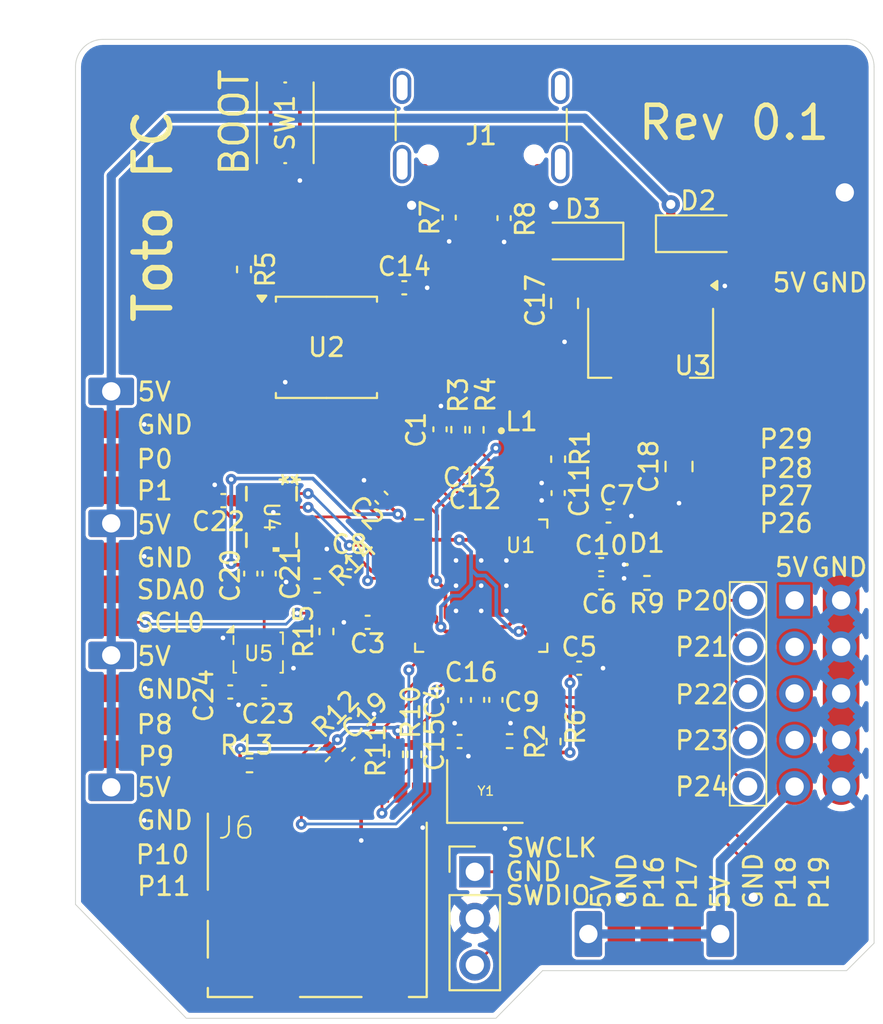
<source format=kicad_pcb>
(kicad_pcb (version 20241229) (generator "pcbnew") (generator_version "9.0")
  (layers (0 "F.Cu" signal) (2 "B.Cu" signal) (13 "F.Paste" user) (15 "B.Paste" user) (5 "F.SilkS" user "F.Silkscreen") (7 "B.SilkS" user "B.Silkscreen") (1 "F.Mask" user) (3 "B.Mask" user) (25 "Edge.Cuts" user))
  (net 0 "")
  (net 1 "GND")
  (net 2 "+1V1")
  (net 3 "Net-(U1-VREG_AVDD)")
  (net 4 "+3V3")
  (net 5 "XIN")
  (net 6 "Net-(C16-Pad2)")
  (net 7 "VBUS")
  (net 8 "Net-(D1-A)")
  (net 9 "Net-(J1-CC1)")
  (net 10 "USB_D-")
  (net 12 "Net-(J1-CC2)")
  (net 13 "USB_D+")
  (net 15 "Net-(U1-VREG_LX)")
  (net 16 "XOUT")
  (net 17 "Net-(U1-USB_DP)")
  (net 18 "Net-(U1-USB_DM)")
  (net 19 "QSPI_SS")
  (net 20 "Net-(R5-Pad1)")
  (net 21 "RUN")
  (net 22 "LED")
  (net 23 "SWD")
  (net 24 "GP20")
  (net 25 "GP8")
  (net 26 "5V_BEC_IN")
  (net 27 "I2C0_SDA")
  (net 28 "I2C0_SCL")
  (net 29 "SPI0_CLK")
  (net 30 "SPI0_CS_IMU")
  (net 31 "GP10")
  (net 32 "GP1")
  (net 33 "GP19")
  (net 34 "GP16")
  (net 35 "GP22")
  (net 36 "SPI0_TX")
  (net 37 "GP18")
  (net 38 "SPI0_RX")
  (net 39 "GP9")
  (net 40 "QSPI_SD2")
  (net 41 "GP0")
  (net 42 "GP11")
  (net 43 "SPI1_CLK")
  (net 44 "GP21")
  (net 45 "GP17")
  (net 46 "QSPI_SD0")
  (net 47 "GP23")
  (net 48 "SPI1_TX")
  (net 49 "SWCLK")
  (net 50 "QSPI_SD1")
  (net 51 "GP24")
  (net 53 "Net-(J6-DAT2)")
  (net 54 "SPI1_CS_SD_CARD")
  (net 55 "QSPI_SD3")
  (net 56 "Net-(J6-DAT1)")
  (net 57 "SPI1_RX")
  (net 58 "QSPI_CLK")
  (net 59 "+5V")
  (net 67 "GP26")
  (net 68 "GP29")
  (net 69 "GP27")
  (net 70 "GP28")
  (footprint "Capacitor_SMD:C_0402_1005Metric" (layer "F.Cu") (at 129.65 92.95 -90)
    (property "Reference" "C11")
    (property "Value" "4.7u")
  )
  (footprint "power:analog_pads" (layer "F.Cu") (at 139.35 89.3)
    (property "Reference" "J8" (hide yes))
    (property "Value" "Conn_01x04")
  )
  (footprint "power:USB_C_017" (layer "F.Cu") (at 125.45 71.9 180)
    (property "Reference" "J1")
    (property "Value" "USB_C")
  )
  (footprint "Resistor_SMD:R_0402_1005Metric" (layer "F.Cu") (at 124.2 89.49 90)
    (property "Reference" "R3")
    (property "Value" "27")
  )
  (footprint "Resistor_SMD:R_0402_1005Metric" (layer "F.Cu") (at 127 106.48)
    (property "Reference" "R2")
    (property "Value" "1k")
  )
  (footprint "power:RP2350-QFN-60-1EP_7x7_P0.4mm_EP3.4x3.4mm_ThermalVias" (layer "F.Cu") (at 125.45 98)
    (property "Reference" "U1")
    (property "Value" "RP2350_60QFN")
  )
  (footprint "Resistor_SMD:R_0402_1005Metric" (layer "F.Cu") (at 112.8 107.8 180)
    (property "Reference" "R13")
    (property "Value" "50k")
  )
  (footprint "Resistor_SMD:R_0402_1005Metric" (layer "F.Cu") (at 112.5 80.75 -90)
    (property "Reference" "R5")
    (property "Value" "1K")
  )
  (footprint "Capacitor_SMD:C_0402_1005Metric" (layer "F.Cu") (at 118.2 107.2 45)
    (property "Reference" "C19")
    (property "Value" "100n")
  )
  (footprint "power:L_pol_2016" (layer "F.Cu") (at 127.45 90.85)
    (property "Reference" "L1")
    (property "Value" "3.3u")
  )
  (footprint "Capacitor_SMD:C_0402_1005Metric" (layer "F.Cu") (at 123.2 89.47 90)
    (property "Reference" "C1")
    (property "Value" "100n")
  )
  (footprint "Capacitor_SMD:C_0402_1005Metric" (layer "F.Cu") (at 132.4 94.2)
    (property "Reference" "C7")
    (property "Value" "100n")
  )
  (footprint "power:BMP280" (layer "F.Cu") (at 113.275 101.65)
    (property "Reference" "U5")
    (property "Value" "BMP280")
  )
  (footprint "LED_SMD:LED_0402_1005Metric" (layer "F.Cu") (at 134.5 96.85)
    (property "Reference" "D1")
    (property "Value" "LED")
  )
  (footprint "Resistor_SMD:R_0402_1005Metric" (layer "F.Cu") (at 120.8 107.2 90)
    (property "Reference" "R11")
    (property "Value" "50k")
  )
  (footprint "Resistor_SMD:R_0402_1005Metric" (layer "F.Cu") (at 125.2 89.5 90)
    (property "Reference" "R4")
    (property "Value" "27")
  )
  (footprint "Capacitor_SMD:C_0402_1005Metric" (layer "F.Cu") (at 121.25 81.75)
    (property "Reference" "C14")
    (property "Value" "100n")
  )
  (footprint "Capacitor_SMD:C_0402_1005Metric" (layer "F.Cu") (at 111.75 103.8 180)
    (property "Reference" "C24")
    (property "Value" "100n")
  )
  (footprint "Crystal:Crystal_SMD_3225-4Pin_3.2x2.5mm" (layer "F.Cu") (at 125.65 109.23)
    (property "Reference" "Y1")
    (property "Value" "ABM8-272-T3")
  )
  (footprint "Resistor_SMD:R_0402_1005Metric" (layer "F.Cu") (at 121.8 107.2 90)
    (property "Reference" "R10")
    (property "Value" "50k")
  )
  (footprint "Package_TO_SOT_SMD:SOT-223-3_TabPin2" (layer "F.Cu") (at 134.7 84.75 -90)
    (property "Reference" "U3")
    (property "Value" "NCP1117-3.3_SOT223")
  )
  (footprint "Capacitor_SMD:C_0402_1005Metric" (layer "F.Cu") (at 126.25 104.23 -90)
    (property "Reference" "C9")
    (property "Value" "4.7u")
  )
  (footprint "power:esc_power_pads" (layer "F.Cu") (at 140.85 80.5875 90)
    (property "Reference" "J5" (hide yes))
    (property "Value" "Conn_01x02")
  )
  (footprint "power:gpio_2_pads" (layer "F.Cu") (at 130.4 115.6)
    (property "Reference" "J7" (hide yes))
    (property "Value" "Conn_01x08")
  )
  (footprint "power:C_0402_1005Metric_small_pads" (layer "F.Cu") (at 127.45 93.35)
    (property "Reference" "C12")
    (property "Value" "4.7u")
  )
  (footprint "Capacitor_SMD:C_0402_1005Metric" (layer "F.Cu") (at 118.25 96.75 180)
    (property "Reference" "C8")
    (property "Value" "100n")
  )
  (footprint "Capacitor_SMD:C_0402_1005Metric" (layer "F.Cu") (at 113.6 103.8 180)
    (property "Reference" "C23")
    (property "Value" "100n")
  )
  (footprint "Resistor_SMD:R_0402_1005Metric" (layer "F.Cu") (at 116.5 98 180)
    (property "Reference" "R14")
    (property "Value" "2.2k")
  )
  (footprint "Resistor_SMD:R_0402_1005Metric" (layer "F.Cu") (at 134.5 97.85)
    (property "Reference" "R9")
    (property "Value" "470")
  )
  (footprint "power:pwm_pins" (layer "F.Cu") (at 138.92 97.7)
    (property "Reference" "J4" (hide yes))
    (property "Value" "Conn_01x15")
  )
  (footprint "Capacitor_SMD:C_0402_1005Metric" (layer "F.Cu") (at 130.8 102.5)
    (property "Reference" "C5")
    (property "Value" "100n")
  )
  (footprint "power:C_0402_1005Metric_small_pads" (layer "F.Cu") (at 127.45 92.4)
    (property "Reference" "C13")
    (property "Value" "4.7u")
  )
  (footprint "Capacitor_SMD:C_0402_1005Metric" (layer "F.Cu") (at 132 97.85)
    (property "Reference" "C6")
    (property "Value" "100n")
  )
  (footprint "Capacitor_SMD:C_0402_1005Metric" (layer "F.Cu") (at 126.7 77.95 -90)
    (property "Reference" "R8")
    (property "Value" "5.1k")
  )
  (footprint "power:LGA14_2P5X3X0P91_TDK" (layer "F.Cu") (at 114 94.250001 -90)
    (property "Reference" "U4")
    (property "Value" "ICM-42688-P")
  )
  (footprint "Connector_PinHeader_2.54mm:PinHeader_1x03_P2.54mm_Vertical" (layer "F.Cu") (at 125.1 113.61)
    (property "Reference" "J2" (hide yes))
    (property "Value" "Conn_01x03")
  )
  (footprint "Diode_SMD:D_SOD-123F" (layer "F.Cu") (at 137.2 78.8)
    (property "Reference" "D2")
    (property "Value" "PMEG2020EH")
  )
  (footprint "Capacitor_SMD:C_0402_1005Metric" (layer "F.Cu") (at 124 104.25 -90)
    (property "Reference" "C4")
    (property "Value" "100n")
  )
  (footprint "Capacitor_SMD:C_0402_1005Metric" (layer "F.Cu") (at 120 93.2 135)
    (property "Reference" "C2")
    (property "Value" "100n")
  )
  (footprint "Capacitor_SMD:C_0805_2012Metric" (layer "F.Cu") (at 130 82.6 -90)
    (property "Reference" "C17")
    (property "Value" "10u")
  )
  (footprint "Capacitor_SMD:C_0402_1005Metric" (layer "F.Cu") (at 124.27 106.5 180)
    (property "Reference" "C15")
    (property "Value" "15p")
  )
  (footprint "Capacitor_SMD:C_0402_1005Metric" (layer "F.Cu") (at 111.3697 93.361 180)
    (property "Reference" "C22")
    (property "Value" "10n")
  )
  (footprint "power:MOLEX_104031-0811" (layer "F.Cu") (at 116.5 114.738 180)
    (property "Reference" "J6")
    (property "Value" "Micro_SD_Card")
  )
  (footprint "Resistor_SMD:R_0402_1005Metric" (layer "F.Cu") (at 129.4 106.5 90)
    (property "Reference" "R6")
    (property "Value" "10k")
  )
  (footprint "Capacitor_SMD:C_0402_1005Metric" (layer "F.Cu") (at 125.25 104.23 -90)
    (property "Reference" "C16")
    (property "Value" "15p")
  )
  (footprint "Capacitor_SMD:C_0402_1005Metric" (layer "F.Cu") (at 123.7 77.92 -90)
    (property "Reference" "R7")
    (property "Value" "5.1k")
  )
  (footprint "Diode_SMD:D_SOD-123F" (layer "F.Cu") (at 131 79.2 180)
    (property "Reference" "D3")
    (property "Value" "PMEG2020EH")
  )
  (footprint "Capacitor_SMD:C_0402_1005Metric" (layer "F.Cu") (at 112.8697 97.341 -90)
    (property "Reference" "C20")
    (property "Value" "100n")
  )
  (footprint "Package_SO:SOIC-8_5.3x5.3mm_P1.27mm" (layer "F.Cu") (at 117 85)
    (property "Reference" "U2")
    (property "Value" "W25Q128JVS")
  )
  (footprint "Resistor_SMD:R_0402_1005Metric" (layer "F.Cu") (at 129.65 91.1 90)
    (property "Reference" "R1")
    (property "Value" "33")
  )
  (footprint "Capacitor_SMD:C_0402_1005Metric" (layer "F.Cu") (at 132 96.85)
    (property "Reference" "C10")
    (property "Value" "100n")
  )
  (footprint "Capacitor_SMD:C_0402_1005Metric" (layer "F.Cu") (at 119.25 100 180)
    (property "Reference" "C3")
    (property "Value" "100n")
  )
  (footprint "power:gpio_pads" (layer "F.Cu") (at 103.85 86.5)
    (property "Reference" "J3" (hide yes))
    (property "Value" "Conn_01x16")
  )
  (footprint "Resistor_SMD:R_0402_1005Metric" (layer "F.Cu") (at 116.8 107.2 45)
    (property "Reference" "R12")
    (property "Value" "50k")
  )
  (footprint "Capacitor_SMD:C_0805_2012Metric" (layer "F.Cu") (at 136.25 91.5 -90)
    (property "Reference" "C18")
    (property "Value" "10u")
  )
  (footprint "Resistor_SMD:R_0402_1005Metric" (layer "F.Cu") (at 117 100.5 -90)
    (property "Reference" "R15")
    (property "Value" "2.2k")
  )
  (footprint "Capacitor_SMD:C_0402_1005Metric" (layer "F.Cu") (at 113.8697 97.341 -90)
    (property "Reference" "C21")
    (property "Value" "2.2u")
  )
  (footprint "Button_Switch_SMD:SW_Push_1P1T_NO_CK_KMR2" (layer "F.Cu") (at 114.75 72.75 -90)
    (property "Reference" "SW1")
    (property "Value" "SW_Push")
  )
  (gr_arc (start 145.400003 68.2) (mid 146.460662 68.639339) (end 146.900003 69.699997) (stroke (width 0.05)) (layer "Edge.Cuts"))
  (gr_line (start 126.25 121.6) (end 109.35 121.6) (stroke (width 0.05)) (layer "Edge.Cuts"))
  (gr_line (start 128.801514 119) (end 126.25 121.6) (stroke (width 0.05)) (layer "Edge.Cuts"))
  (gr_line (start 146.900003 69.7) (end 146.9 117.5) (stroke (width 0.05)) (layer "Edge.Cuts"))
  (gr_arc (start 103.3 69.7) (mid 103.73934 68.63934) (end 104.8 68.2) (stroke (width 0.05)) (layer "Edge.Cuts"))
  (gr_line (start 146.9 117.5) (end 145.4 119) (stroke (width 0.05)) (layer "Edge.Cuts"))
  (gr_line (start 104.8 68.2) (end 145.400003 68.2) (stroke (width 0.05)) (layer "Edge.Cuts"))
  (gr_line (start 128.801514 119) (end 145.4 119) (stroke (width 0.05)) (layer "Edge.Cuts"))
  (gr_line (start 103.3 115.389109) (end 103.3 69.7) (stroke (width 0.05)) (layer "Edge.Cuts"))
  (gr_line (start 109.35 121.6) (end 103.3 115.389109) (stroke (width 0.05)) (layer "Edge.Cuts"))
  (gr_text "P20" (at 137.5 98.825 0) (layer "F.SilkS") (effects (font (size 1 1))))
  (gr_text "P23" (at 137.5 106.45 0) (layer "F.SilkS") (effects (font (size 1 1))))
  (gr_text "P17" (at 136.7 114.2 90) (layer "F.SilkS") (effects (font (size 1 1))))
  (gr_text "GND" (at 108.175 96.475 0) (layer "F.SilkS") (effects (font (size 1 1))))
  (gr_text "P8" (at 107.625 105.575 0) (layer "F.SilkS") (effects (font (size 1 1))))
  (gr_text "Rev 0.1" (at 133.9 73.8 0) (layer "F.SilkS") (effects (font (size 1.8 1.8) (thickness 0.25)) (justify left bottom)))
  (gr_text "P19" (at 143.9 114.2 90) (layer "F.SilkS") (effects (font (size 1 1))))
  (gr_text "GND" (at 140.3 114.1 90) (layer "F.SilkS") (effects (font (size 1 1))))
  (gr_text "5V" (at 107.6 109 0) (layer "F.SilkS") (effects (font (size 1 1))))
  (gr_text "SDA0" (at 108.525 98.225 0) (layer "F.SilkS") (effects (font (size 1 1))))
  (gr_text "P21" (at 137.5 101.35 0) (layer "F.SilkS") (effects (font (size 1 1))))
  (gr_text "5V" (at 142.4 97 0) (layer "F.SilkS") (effects (font (size 1 1))))
  (gr_text "P1" (at 107.625 92.825 0) (layer "F.SilkS") (effects (font (size 1 1))))
  (gr_text "P24" (at 137.5 108.975 0) (layer "F.SilkS") (effects (font (size 1 1))))
  (gr_text "GND" (at 108.175 103.65 0) (layer "F.SilkS") (effects (font (size 1 1))))
  (gr_text "P29" (at 142.1 90 0) (layer "F.SilkS") (effects (font (size 1 1))))
  (gr_text "P27" (at 142.1 93.1 0) (layer "F.SilkS") (effects (font (size 1 1))))
  (gr_text "P28" (at 142.1 91.6 0) (layer "F.SilkS") (effects (font (size 1 1))))
  (gr_text "GND" (at 145 97 0) (layer "F.SilkS") (effects (font (size 1 1))))
  (gr_text "P11" (at 108.125 114.4 0) (layer "F.SilkS") (effects (font (size 1 1))))
  (gr_text "5V" (at 107.6 101.85 0) (layer "F.SilkS") (effects (font (size 1 1))))
  (gr_text "5V" (at 132 114.7 90) (layer "F.SilkS") (effects (font (size 1 1))))
  (gr_text "P9" (at 107.7 107.3 0) (layer "F.SilkS") (effects (font (size 1 1))))
  (gr_text "GND" (at 108.175 89.225 0) (layer "F.SilkS") (effects (font (size 1 1))))
  (gr_text "5V" (at 142.275 81.475 0) (layer "F.SilkS") (effects (font (size 1 1))))
  (gr_text "P22" (at 137.5 103.95 0) (layer "F.SilkS") (effects (font (size 1 1))))
  (gr_text "GND" (at 145 81.475 0) (layer "F.SilkS") (effects (font (size 1 1))))
  (gr_text "GND" (at 133.4 114.1 90) (layer "F.SilkS") (effects (font (size 1 1))))
  (gr_text "5V" (at 107.6 87.425 0) (layer "F.SilkS") (effects (font (size 1 1))))
  (gr_text "P0" (at 107.625 91.1 0) (layer "F.SilkS") (effects (font (size 1 1))))
  (gr_text "P18" (at 142.1 114.2 90) (layer "F.SilkS") (effects (font (size 1 1))))
  (gr_text "5V" (at 138.5 114.7 90) (layer "F.SilkS") (effects (font (size 1 1))))
  (gr_text "SCL0" (at 108.5 100.025 0) (layer "F.SilkS") (effects (font (size 1 1))))
  (gr_text "SWCLK" (at 129.3 112.3 0) (layer "F.SilkS") (effects (font (size 1 1))))
  (gr_text "BOOT" (at 112.85 75.75 90) (layer "F.SilkS") (effects (font (size 1.5 1.5) (thickness 0.2)) (justify left bottom)))
  (gr_text "P10" (at 108.05 112.675 0) (layer "F.SilkS") (effects (font (size 1 1))))
  (gr_text "Toto FC" (at 108.7 83.8 90) (layer "F.SilkS") (effects (font (size 2 2) (thickness 0.3)) (justify left bottom)))
  (gr_text "SWDIO" (at 129.1 114.9 0) (layer "F.SilkS") (effects (font (size 1 1))))
  (gr_text "P16" (at 134.9 114.2 90) (layer "F.SilkS") (effects (font (size 1 1))))
  (gr_text "GND" (at 128.3 113.6 0) (layer "F.SilkS") (effects (font (size 1 1))))
  (gr_text "5V" (at 107.6 94.675 0) (layer "F.SilkS") (effects (font (size 1 1))))
  (gr_text "GND" (at 108.175 110.8 0) (layer "F.SilkS") (effects (font (size 1 1))))
  (gr_text "P26" (at 142.1 94.6 0) (layer "F.SilkS") (effects (font (size 1 1))))
  (segment (start 110.8897 93.361) (end 111.778701 94.250001) (width 0.2) (layer "F.Cu") (net 1))
  (segment (start 117.95 100) (end 118.77 100) (width 0.2) (layer "F.Cu") (net 1))
  (segment (start 124 105.5) (end 124 104.73) (width 0.2) (layer "F.Cu") (net 1))
  (segment (start 113.8907 97.8) (end 113.8697 97.821) (width 0.2) (layer "F.Cu") (net 1))
  (segment (start 129.4 77.25) (end 128.65 76.5) (width 0.5) (layer "F.Cu") (net 1))
  (segment (start 126.75 110.08) (end 126.75 111.25) (width 0.2) (layer "F.Cu") (net 1))
  (segment (start 110.935 109.413) (end 114.26 112.738) (width 0.15) (layer "F.Cu") (net 1))
  (segment (start 110.9 92.5) (end 110.9 93.3507) (width 0.2) (layer "F.Cu") (net 1))
  (segment (start 115.15 102.45) (end 115.2 102.5) (width 0.15) (layer "F.Cu") (net 1))
  (segment (start 145.1 108.96) (end 145.1 79.2375) (width 2) (layer "F.Cu") (net 1))
  (segment (start 113.4175 86.9) (end 113.4125 86.905) (width 0.2) (layer "F.Cu") (net 1))
  (segment (start 140.3 115) (end 140.3 117) (width 0.5) (layer "F.Cu") (net 1))
  (segment (start 128.75 93.35) (end 129.57 93.35) (width 0.2) (layer "F.Cu") (net 1))
  (segment (start 121.65 77.25) (end 122.25 76.65) (width 0.5) (layer "F.Cu") (net 1))
  (segment (start 112.23 104.47) (end 112.2 104.5) (width 0.15) (layer "F.Cu") (net 1))
  (segment (start 114.8 97.8) (end 113.8907 97.8) (width 0.2) (layer "F.Cu") (net 1))
  (segment (start 124.75 108.18) (end 124.55 108.38) (width 0.2) (layer "F.Cu") (net 1))
  (segment (start 112.8697 97.821) (end 113.8697 97.821) (width 0.2) (layer "F.Cu") (net 1))
  (segment (start 127.965 92.4) (end 127.965 93.35) (width 0.2) (layer "F.Cu") (net 1))
  (segment (start 132.48 96.85) (end 133.25 96.85) (width 0.2) (layer "F.Cu") (net 1))
  (segment (start 123.7 78.4) (end 123.7 79.22) (width 0.15) (layer "F.Cu") (net 1))
  (segment (start 129.57 93.35) (end 129.65 93.43) (width 0.2) (layer "F.Cu") (net 1))
  (segment (start 112.95 103.63) (end 113.12 103.8) (width 0.15) (layer "F.Cu") (net 1))
  (segment (start 123.25 88.94) (end 123.2 88.99) (width 0.2) (layer "F.Cu") (net 1))
  (segment (start 117.02 96) (end 117.77 96.75) (width 0.2) (layer "F.Cu") (net 1))
  (segment (start 113.849999 94.250001) (end 114.1 94) (width 0.2) (layer "F.Cu") (net 1))
  (segment (start 110.76 119.138) (end 113.285 119.138) (width 0.15) (layer "F.Cu") (net 1))
  (segment (start 132.48 97.85) (end 133 97.85) (width 0.2) (layer "F.Cu") (net 1))
  (segment (start 137.05 81.6) (end 138.7 81.6) (width 0.2) (layer "F.Cu") (net 1))
  (segment (start 120.23 120.113) (end 120.23 113.67) (width 0.15) (layer "F.Cu") (net 1))
  (segment (start 115.55 74.8) (end 115.55 75.9) (width 0.2) (layer "F.Cu") (net 1))
  (segment (start 113.111 94.250001) (end 113.849999 94.250001) (width 0.2) (layer "F.Cu") (net 1))
  (segment (start 112.95 102.45) (end 112.95 103.63) (width 0.15) (layer "F.Cu") (net 1))
  (segment (start 122.25 76.65) (end 122.25 75.58) (width 0.5) (layer "F.Cu") (net 1))
  (segment (start 145.25 76.6) (end 145.3 76.55) (width 2) (layer "F.Cu") (net 1))
  (segment (start 115.55 70.7) (end 115.55 74.8) (width 0.2) (layer "F.Cu") (net 1))
  (segment (start 119.6 105.8) (end 118.539411 106.860589) (width 0.2) (layer "F.Cu") (net 1))
  (segment (start 128.65 76.5) (end 128.65 75.58) (width 0.5) (layer "F.Cu") (net 1))
  (segment (start 127.965 92.4) (end 128.75 92.4) (width 0.2) (layer "F.Cu") (net 1))
  (segment (start 133.1 117) (end 133.1 115) (width 0.5) (layer "F.Cu") (net 1))
  (segment (start 145.1 79.2375) (end 145.25 79.0875) (width 2) (layer "F.Cu") (net 1))
  (segment (start 136.25 92.45) (end 136.25 93.5) (width 0.2) (layer "F.Cu") (net 1))
  (segment (start 127.965 93.35) (end 128.75 93.35) (width 0.2) (layer "F.Cu") (net 1))
  (segment (start 133.25 96.85) (end 134.015 96.85) (width 0.2) (layer "F.Cu") (net 1))
  (segment (start 124.75 107.3) (end 124.75 106.5) (width 0.2) (layer "F.Cu") (net 1))
  (segment (start 113.12 103.8) (end 112.23 103.8) (width 0.15) (layer "F.Cu") (net 1))
  (segment (start 132.88 94.2) (end 133.65 94.2) (width 0.2) (layer "F.Cu") (net 1))
  (segment (start 122.255 111.645) (end 122.255 111.2) (width 0.15) (layer "F.Cu") (net 1))
  (segment (start 114.25 102.45) (end 115.15 102.45) (width 0.15) (layer "F.Cu") (net 1))
  (segment (start 118.895 111.895) (end 118.9 111.9) (width 0.2) (layer "F.Cu") (net 1))
  (segment (start 114.26 112.738) (end 114.26 120.113) (width 0.15) (layer "F.Cu") (net 1))
  (segment (start 138.7 81.6) (end 138.75 81.65) (width 0.2) (layer "F.Cu") (net 1))
  (segment (start 110.9 93.3507) (end 110.8897 93.361) (width 0.2) (layer "F.Cu") (net 1))
  (segment (start 126.7 79.25) (end 126.7 78.43) (width 0.15) (layer "F.Cu") (net 1))
  (segment (start 114.75 86.9) (end 113.4175 86.9) (width 0.2) (layer "F.Cu") (net 1))
  (segment (start 114.26 120.113) (end 120.23 120.113) (width 0.15) (layer "F.Cu") (net 1))
  (segment (start 127.05 106.02) (end 127.51 106.48) (width 0.2) (layer "F.Cu") (net 1))
  (segment (start 127.05 105.5) (end 127.05 106.02) (width 0.2) (layer "F.Cu") (net 1))
  (segment (start 119.05 92.25) (end 119.660589 92.860589) (width 0.2) (layer "F.Cu") (net 1))
  (segment (start 105.25 103.6) (end 107.1 103.6) (width 0.2) (layer "F.Cu") (net 1))
  (segment (start 111.35 100.85) (end 112.3 100.85) (width 0.2) (layer "F.Cu") (net 1))
  (segment (start 121.73 81.75) (end 122.5 81.75) (width 0.2) (layer "F.Cu") (net 1))
  (segment (start 105.25 89.2) (end 107.05 89.2) (width 0.2) (layer "F.Cu") (net 1))
  (segment (start 126.26 104.71) (end 127.05 105.5) (width 0.2) (layer "F.Cu") (net 1))
  (segment (start 112.23 103.8) (end 112.23 104.47) (width 0.15) (layer "F.Cu") (net 1))
  (segment (start 124.75 107.3) (end 124.75 108.18) (width 0.2) (layer "F.Cu") (net 1))
  (segment (start 119.6 105) (end 119.6 105.8) (width 0.2) (layer "F.Cu") (net 1))
  (segment (start 120.23 113.67) (end 122.255 111.645) (width 0.15) (layer "F.Cu") (net 1))
  (segment (start 145.25 79.0875) (end 145.25 76.6) (width 2) (layer "F.Cu") (net 1))
  (segment (start 113.285 119.138) (end 114.26 120.113) (width 0.15) (layer "F.Cu") (net 1))
  (segment (start 111.778701 94.250001) (end 113.111 94.250001) (width 0.2) (layer "F.Cu") (net 1))
  (segment (start 133 97.85) (end 133.25 97.6) (width 0.2) (layer "F.Cu") (net 1))
  (segment (start 126.25 104.71) (end 126.26 104.71) (width 0.2) (layer "F.Cu") (net 1))
  (segment (start 127.85 93.465) (end 127.965 93.35) (width 0.2) (layer "F.Cu") (net 1))
  (segment (start 130 83.55) (end 130 84.7) (width 0.2) (layer "F.Cu") (net 1))
  (segment (start 132.1 102.5) (end 131.28 102.5) (width 0.2) (layer "F.Cu") (net 1))
  (segment (start 118.895 109.288) (end 118.895 111.895) (width 0.2) (layer "F.Cu") (net 1))
  (segment (start 127.85 94.5625) (end 127.85 93.465) (width 0.2) (layer "F.Cu") (net 1))
  (segment (start 123.25 88.2) (end 123.25 88.94) (width 0.2) (layer "F.Cu") (net 1))
  (segment (start 105.25 110.8) (end 107.05 110.8) (width 0.2) (layer "F.Cu") (net 1))
  (segment (start 105.25 96.4) (end 107.05 96.4) (width 0.2) (layer "F.Cu") (net 1))
  (segment (start 122.255 111.2) (end 122.255 109.638) (width 0.15) (layer "F.Cu") (net 1))
  (via (at 107.05 110.8) (size 0.6) (drill 0.25) (layers "F.Cu" "B.Cu") (net 1))
  (via (at 115.55 75.9) (size 0.6) (drill 0.25) (layers "F.Cu" "B.Cu") (net 1))
  (via (at 115.2 102.5) (size 0.6) (drill 0.25) (layers "F.Cu" "B.Cu") (net 1))
  (via (at 127.05 105.5) (size 0.6) (drill 0.25) (layers "F.Cu" "B.Cu") (net 1))
  (via (at 114.1 94) (size 0.6) (drill 0.25) (layers "F.Cu" "B.Cu") (net 1))
  (via (at 122.255 111.2) (size 0.6) (drill 0.25) (layers "F.Cu" "B.Cu") (net 1))
  (via (at 123.7 79.22) (size 0.6) (drill 0.25) (layers "F.Cu" "B.Cu") (net 1))
  (via (at 107.05 96.4) (size 0.6) (drill 0.25) (layers "F.Cu" "B.Cu") (net 1))
  (via (at 140.3 115) (size 1) (drill 0.5) (layers "F.Cu" "B.Cu") (net 1))
  (via (at 145.3 76.55) (size 1.7) (drill 1) (layers "F.Cu" "B.Cu") (net 1))
  (via (at 114.8 97.8) (size 0.6) (drill 0.25) (layers "F.Cu" "B.Cu") (net 1))
  (via (at 124.75 107.3) (size 0.6) (drill 0.25) (layers "F.Cu" "B.Cu") (net 1))
  (via (at 107.1 103.6) (size 0.6) (drill 0.25) (layers "F.Cu" "B.Cu") (net 1))
  (via (at 121.65 77.25) (size 1) (drill 0.5) (layers "F.Cu" "B.Cu") (net 1))
  (via (at 111.35 100.85) (size 0.6) (drill 0.25) (layers "F.Cu" "B.Cu") (net 1))
  (via (at 133.1 115) (size 1) (drill 0.5) (layers "F.Cu" "B.Cu") (net 1))
  (via (at 132.1 102.5) (size 0.6) (drill 0.25) (layers "F.Cu" "B.Cu") (net 1))
  (via (at 123.25 88.2) (size 0.6) (drill 0.25) (layers "F.Cu" "B.Cu") (net 1))
  (via (at 119.05 92.25) (size 0.6) (drill 0.25) (layers "F.Cu" "B.Cu") (net 1))
  (via (at 133.25 96.85) (size 0.6) (drill 0.25) (layers "F.Cu" "B.Cu") (net 1))
  (via (at 136.25 93.5) (size 0.6) (drill 0.25) (layers "F.Cu" "B.Cu") (net 1))
  (via (at 118.9 111.9) (size 0.6) (drill 0.25) (layers "F.Cu" "B.Cu") (net 1))
  (via (at 110.9 92.5) (size 0.6) (drill 0.25) (layers "F.Cu" "B.Cu") (net 1))
  (via (at 126.7 79.25) (size 0.6) (drill 0.25) (layers "F.Cu" "B.Cu") (net 1))
  (via (at 129.4 77.25) (size 1) (drill 0.5) (layers "F.Cu" "B.Cu") (net 1))
  (via (at 126.75 111.25) (size 0.6) (drill 0.25) (layers "F.Cu" "B.Cu") (net 1))
  (via (at 122.5 81.75) (size 0.6) (drill 0.25) (layers "F.Cu" "B.Cu") (net 1))
  (via (at 107.05 89.2) (size 0.6) (drill 0.25) (layers "F.Cu" "B.Cu") (net 1))
  (via (at 124 105.5) (size 0.6) (drill 0.25) (layers "F.Cu" "B.Cu") (net 1))
  (via (at 112.2 104.5) (size 0.6) (drill 0.25) (layers "F.Cu" "B.Cu") (net 1))
  (via (at 117.95 100) (size 0.6) (drill 0.25) (layers "F.Cu" "B.Cu") (net 1))
  (via (at 117.02 96) (size 0.6) (drill 0.25) (layers "F.Cu" "B.Cu") (net 1))
  (via (at 133.25 97.6) (size 0.6) (drill 0.25) (layers "F.Cu" "B.Cu") (net 1))
  (via (at 128.75 93.35) (size 0.6) (drill 0.25) (layers "F.Cu" "B.Cu") (net 1))
  (via (at 114.75 86.9) (size 0.6) (drill 0.25) (layers "F.Cu" "B.Cu") (net 1))
  (via (at 119.6 105) (size 0.6) (drill 0.25) (layers "F.Cu" "B.Cu") (net 1))
  (via (at 138.75 81.65) (size 0.6) (drill 0.25) (layers "F.Cu" "B.Cu") (net 1))
  (via (at 133.65 94.2) (size 0.6) (drill 0.25) (layers "F.Cu" "B.Cu") (net 1))
  (via (at 130 84.7) (size 0.6) (drill 0.25) (layers "F.Cu" "B.Cu") (net 1))
  (via (at 128.75 92.4) (size 0.6) (drill 0.25) (layers "F.Cu" "B.Cu") (net 1))
  (segment (start 123.499 99.718582) (end 123.780418 100) (width 0.2) (layer "F.Cu") (net 2))
  (segment (start 123.780418 100) (end 124.5 100) (width 0.2) (layer "F.Cu") (net 2))
  (segment (start 126.869582 100.25) (end 127.401 99.718582) (width 0.2) (layer "F.Cu") (net 2))
  (segment (start 122.0125 97.2) (end 119.459999 97.2) (width 0.2) (layer "F.Cu") (net 2))
  (segment (start 127.401 99.718582) (end 127.401 98.525547) (width 0.2) (layer "F.Cu") (net 2))
  (segment (start 125.45 102.7) (end 126.25 103.5) (width 0.2) (layer "F.Cu") (net 2))
  (segment (start 128.326547 97.6) (end 128.8875 97.6) (width 0.2) (layer "F.Cu") (net 2))
  (segment (start 126.65 94.5625) (end 126.65 94.017) (width 0.15) (layer "F.Cu") (net 2))
  (segment (start 126.65 94.017) (end 126.474 93.841) (width 0.15) (layer "F.Cu") (net 2))
  (segment (start 128.8875 97.6) (end 130.77 97.6) (width 0.2) (layer "F.Cu") (net 2))
  (segment (start 125.45 100.972936) (end 125.45 101.4375) (width 0.2) (layer "F.Cu") (net 2))
  (segment (start 126.172936 100.25) (end 126.869582 100.25) (width 0.2) (layer "F.Cu") (net 2))
  (segment (start 126.172936 100.25) (end 125.45 100.972936) (width 0.2) (layer "F.Cu") (net 2))
  (segment (start 119.009999 96.75) (end 118.73 96.75) (width 0.2) (layer "F.Cu") (net 2))
  (segment (start 124.5 100) (end 125.45 100.95) (width 0.2) (layer "F.Cu") (net 2))
  (segment (start 126.25 103.5) (end 126.25 103.75) (width 0.2) (layer "F.Cu") (net 2))
  (segment (start 126.474 92.861) (end 126.935 92.4) (width 0.15) (layer "F.Cu") (net 2))
  (segment (start 130.77 97.6) (end 131.52 96.85) (width 0.2) (layer "F.Cu") (net 2))
  (segment (start 119.459999 97.2) (end 119.009999 96.75) (width 0.2) (layer "F.Cu") (net 2))
  (segment (start 126.25 90.5) (end 126.4 90.5) (width 0.15) (layer "F.Cu") (net 2))
  (segment (start 127.401 98.525547) (end 128.326547 97.6) (width 0.2) (layer "F.Cu") (net 2))
  (segment (start 123.013532 97.736468) (end 123.499 98.221936) (width 0.2) (layer "F.Cu") (net 2))
  (segment (start 122.477064 97.2) (end 123.013532 97.736468) (width 0.2) (layer "F.Cu") (net 2))
  (segment (start 126.4 90.5) (end 126.935 91.035) (width 0.15) (layer "F.Cu") (net 2))
  (segment (start 126.935 91.035) (end 126.935 92.4) (width 0.15) (layer "F.Cu") (net 2))
  (segment (start 122.0125 97.2) (end 122.477064 97.2) (width 0.2) (layer "F.Cu") (net 2))
  (segment (start 126.474 93.841) (end 126.474 92.861) (width 0.15) (layer "F.Cu") (net 2))
  (segment (start 125.45 100.95) (end 125.45 101.4375) (width 0.2) (layer "F.Cu") (net 2))
  (segment (start 125.45 101.4375) (end 125.45 102.7) (width 0.2) (layer "F.Cu") (net 2))
  (segment (start 123.499 98.221936) (end 123.499 99.718582) (width 0.2) (layer "F.Cu") (net 2))
  (via (at 126.25 90.5) (size 0.6) (drill 0.25) (layers "F.Cu" "B.Cu") (net 2))
  (via (at 123.013532 97.736468) (size 0.6) (drill 0.25) (layers "F.Cu" "B.Cu") (net 2))
  (segment (start 123.013532 93.736468) (end 126.25 90.5) (width 0.2) (layer "B.Cu") (net 2))
  (segment (start 123.013532 97.736468) (end 123.013532 93.736468) (width 0.2) (layer "B.Cu") (net 2))
  (segment (start 129.65 91.61) (end 129.65 92.47) (width 0.2) (layer "F.Cu") (net 3))
  (segment (start 128.25 94.5625) (end 129.9375 94.5625) (width 0.15) (layer "F.Cu") (net 3))
  (segment (start 129.97 92.47) (end 129.65 92.47) (width 0.15) (layer "F.Cu") (net 3))
  (segment (start 130.5 94) (end 130.5 93) (width 0.15) (layer "F.Cu") (net 3))
  (segment (start 129.9375 94.5625) (end 130.5 94) (width 0.15) (layer "F.Cu") (net 3))
  (segment (start 130.5 93) (end 129.97 92.47) (width 0.15) (layer "F.Cu") (net 3))
  (segment (start 129.75 95.2) (end 130 95.2) (width 0.2) (layer "F.Cu") (net 4))
  (segment (start 118.74 100.99) (end 117.905 101.825) (width 0.2) (layer "F.Cu") (net 4))
  (segment (start 128.199 99.801) (end 128.199 98.223936) (width 0.2) (layer "F.Cu") (net 4))
  (segment (start 123.777064 100.5) (end 123.5 100.5) (width 0.2) (layer "F.Cu") (net 4))
  (segment (start 116.695 109.288) (end 116.695 108.705) (width 0.15) (layer "F.Cu") (net 4))
  (segment (start 134.7 87.9) (end 136.25 89.45) (width 0.3) (layer "F.Cu") (net 4))
  (segment (start 128.8875 95.2) (end 129.75 95.2) (width 0.2) (layer "F.Cu") (net 4))
  (segment (start 113.75 101.825) (end 113.75 101.85) (width 0.2) (layer "F.Cu") (net 4))
  (segment (start 116.695 108.705) (end 117.860589 107.539411) (width 0.15) (layer "F.Cu") (net 4))
  (segment (start 129.35 95.6) (end 129.75 95.2) (width 0.2) (layer "F.Cu") (net 4))
  (segment (start 122.639 84.334001) (end 122.639 89.389) (width 0.2) (layer "F.Cu") (net 4))
  (segment (start 120.5875 83.095) (end 121.399999 83.095) (width 0.2) (layer "F.Cu") (net 4))
  (segment (start 131.92 90.68) (end 131.92 94.2) (width 0.3) (layer "F.Cu") (net 4))
  (segment (start 113.75 101.825) (end 113.425 101.825) (width 0.2) (layer "F.Cu") (net 4))
  (segment (start 117.905 101.825) (end 113.75 101.825) (width 0.2) (layer "F.Cu") (net 4))
  (segment (start 111.8 93.3113) (end 111.8497 93.361) (width 0.2) (layer "F.Cu") (net 4))
  (segment (start 112.290001 106.909999) (end 112.3 106.9) (width 0.2) (layer "F.Cu") (net 4))
  (segment (start 128.201 100.923936) (end 127.777064 100.5) (width 0.2) (layer "F.Cu") (net 4))
  (segment (start 113.8697 96.861) (end 114.851001 96.861) (width 0.2) (layer "F.Cu") (net 4))
  (segment (start 127.05 94.5625) (end 127.05 93.465) (width 0.2) (layer "F.Cu") (net 4))
  (segment (start 128.25 101.4375) (end 128.25 101.004968) (width 0.2) (layer "F.Cu") (net 4))
  (segment (start 120.9 106.590001) (end 120.8 106.690001) (width 0.2) (layer "F.Cu") (net 4))
  (segment (start 132.01 90.59) (end 129.65 90.59) (width 0.3) (layer "F.Cu") (net 4))
  (segment (start 125.5 95.5) (end 125.7 95.3) (width 0.2) (layer "F.Cu") (net 4))
  (segment (start 122.777064 95.5) (end 122.526064 95.249) (width 0.2) (layer "F.Cu") (net 4))
  (segment (start 121.399999 83.095) (end 122.639 84.334001) (width 0.2) (layer "F.Cu") (net 4))
  (segment (start 124.25 101.4375) (end 124.25 103.52) (width 0.2) (layer "F.Cu") (net 4))
  (segment (start 113.6 103.32) (end 113.6 102.45) (width 0.15) (layer "F.Cu") (net 4))
  (segment (start 121.080681 99.2) (end 122.0125 99.2) (width 0.2) (layer "F.Cu") (net 4))
  (segment (start 112.95 101.35) (end 113.2 101.6) (width 0.2) (layer "F.Cu") (net 4))
  (segment (start 113.6 102) (end 113.6 102.45) (width 0.2) (layer "F.Cu") (net 4))
  (segment (start 124.25 100.972936) (end 123.777064 100.5) (width 0.2) (layer "F.Cu") (net 4))
  (segment (start 128.25 101.4375) (end 129.3125 102.5) (width 0.2) (layer "F.Cu") (net 4))
  (segment (start 130 95.2) (end 131 94.2) (width 0.2) (layer "F.Cu") (net 4))
  (segment (start 125.7 95.3) (end 127.322936 95.3) (width 0.2) (layer "F.Cu") (net 4))
  (segment (start 128.422936 98) (end 128.8875 98) (width 0.2) (layer "F.Cu") (net 4))
  (segment (start 132.1 90.5) (end 131.92 90.68) (width 0.3) (layer "F.Cu") (net 4))
  (segment (start 125.25 95.5) (end 125.05 95.3) (width 0.2) (layer "F.Cu") (net 4))
  (segment (start 125.05 94.5625) (end 125.05 92.26) (width 0.2) (layer "F.Cu") (net 4))
  (segment (start 117.160624 106.839446) (end 117.860589 107.539411) (width 0.2) (layer "F.Cu") (net 4))
  (segment (start 127.322936 95.3) (end 128.7875 95.3) (width 0.2) (layer "F.Cu") (net 4))
  (segment (start 112.8697 95.7606) (end 113.249999 95.380301) (width 0.2) (layer "F.Cu") (net 4))
  (segment (start 111.8 92.2) (end 111.8 93.3113) (width 0.2) (layer "F.Cu") (net 4))
  (segment (start 128.199 98.223936) (end 128.422936 98) (width 0.2) (layer "F.Cu") (net 4))
  (segment (start 122.639 89.389) (end 123.2 89.95) (width 0.2) (layer "F.Cu") (net 4))
  (segment (start 112.8697 96.861) (end 113.8697 96.861) (width 0.2) (layer "F.Cu") (net 4))
  (segment (start 129.3125 102.5) (end 130.32 102.5) (width 0.2) (layer "F.Cu") (net 4))
  (segment (start 112.238702 93.750002) (end 113.111 93.750002) (width 0.2) (layer "F.Cu") (net 4))
  (segment (start 125.7 95.3) (end 125.45 95.05) (width 0.2) (layer "F.Cu") (net 4))
  (segment (start 125.05 95.3) (end 125.05 94.5625) (width 0.2) (layer "F.Cu") (net 4))
  (segment (start 123.5 100.5) (end 123.25 100.25) (width 0.2) (layer "F.Cu") (net 4))
  (segment (start 127.777064 100.5) (end 127.5 100.5) (width 0.2) (layer "F.Cu") (net 4))
  (segment (start 119.73 100) (end 120.280681 100) (width 0.2) (layer "F.Cu") (net 4))
  (segment (start 122.477064 99.2) (end 122.0125 99.2) (width 0.2) (layer "F.Cu") (net 4))
  (segment (start 112.95 101.35) (end 112.95 100.85) (width 0.2) (layer "F.Cu") (net 4))
  (segment (start 117.160624 106.839376) (end 117.160624 106.839446) (width 0.2) (layer "F.Cu") (net 4))
  (segment (start 128.8875 98) (end 131.37 98) (width 0.2) (layer "F.Cu") (net 4))
  (segment (start 122.526064 95.249) (end 122.0615 95.249) (width 0.2) (layer "F.Cu") (net 4))
  (segment (start 125.05 92.26) (end 123.2 90.41) (width 0.2) (layer "F.Cu") (net 4))
  (segment (start 124.25 103.52) (end 124 103.77) (width 0.2) (layer "F.Cu") (net 4))
  (segment (start 123 100) (end 123 99.722936) (width 0.2) (layer "F.Cu") (net 4))
  (segment (start 122.0125 95.2) (end 122 95.2) (width 0.2) (layer "F.Cu") (net 4))
  (segment (start 111.27 103.8) (end 111.27 103.48) (width 0.15) (layer "F.Cu") (net 4))
  (segment (start 113.425 101.825) (end 113.6 102) (width 0.2) (layer "F.Cu") (net 4))
  (segment (start 117.6 106.4) (end 117.160624 106.839376) (width 0.2) (layer "F.Cu") (net 4))
  (segment (start 125.45 95.05) (end 125.45 94.5625) (width 0.2) (layer "F.Cu") (net 4))
  (segment (start 123 99.722936) (end 122.477064 99.2) (width 0.2) (layer "F.Cu") (net 4))
  (segment (start 134.7 87.9) (end 132.1 90.5) (width 0.3) (layer "F.Cu") (net 4))
  (segment (start 112.290001 107.8) (end 112.290001 106.909999) (width 0.2) (layer "F.Cu") (net 4))
  (segment (start 112.8697 96.861) (end 112.8697 95.7606) (width 0.2) (layer "F.Cu") (net 4))
  (segment (start 124 103.77) (end 121.8 105.97) (width 0.2) (layer "F.Cu") (net 4))
  (segment (start 120.77 82.9125) (end 120.5875 83.095) (width 0.2) (layer "F.Cu") (net 4))
  (segment (start 123.2 90.41) (end 123.2 89.95) (width 0.2) (layer "F.Cu") (net 4))
  (segment (start 121.8 105.97) (end 121.8 106.690001) (width 0.2) (layer "F.Cu") (net 4))
  (segment (start 131 94.2) (end 131.92 94.2) (width 0.2) (layer "F.Cu") (net 4))
  (segment (start 124.25 101.4375) (end 124.25 100.972936) (width 0.2) (layer "F.Cu") (net 4))
  (segment (start 128.25 101.4375) (end 128.201 101.3885) (width 0.2) (layer "F.Cu") (net 4))
  (segment (start 127.05 93.465) (end 126.935 93.35) (width 0.2) (layer "F.Cu") (net 4))
  (segment (start 132.1 90.5) (end 132.01 90.59) (width 0.3) (layer "F.Cu") (net 4))
  (segment (start 122.0615 95.249) (end 122.0125 95.2) (width 0.2) (layer "F.Cu") (net 4))
  (segment (start 120.280681 100) (end 121.080681 99.2) (width 0.2) (layer "F.Cu") (net 4))
  (segment (start 119.73 100) (end 118.74 100.99) (width 0.2) (layer "F.Cu") (net 4))
  (segment (start 112.8697 96.861) (end 111.861 96.861) (width 0.2) (layer "F.Cu") (net 4))
  (segment (start 112.3 102) (end 112.95 101.35) (width 0.2) (layer "F.Cu") (net 4))
  (segment (start 127.05 95.027064) (end 127.322936 95.3) (width 0.2) (layer "F.Cu") (net 4))
  (segment (start 129.49 107.1) (end 129.4 107.01) (width 0.2) (layer "F.Cu") (net 4))
  (segment (start 128.25 101.004968) (end 128.199 100.953968) (width 0.2) (layer "F.Cu") (net 4))
  (segment (start 125.25 95.5) (end 125.5 95.5) (width 0.2) (layer "F.Cu") (net 4))
  (segment (start 112.3 102.45) (end 112.3 102) (width 0.2) (layer "F.Cu") (net 4))
  (segment (start 123.25 100.25) (end 123 100) (width 0.2) (layer "F.Cu") (net 4))
  (segment (start 124.25 95.5) (end 122.777064 95.5) (width 0.2) (layer "F.Cu") (net 4))
  (segment (start 121.8 106.690001) (end 120.8 106.690001) (width 0.2) (layer "F.Cu") (net 4))
  (segment (start 113.75 101.85) (end 113.6 102) (width 0.2) (layer "F.Cu") (net 4))
  (segment (start 111.27 103.48) (end 112.3 102.45) (width 0.15) (layer "F.Cu") (net 4))
  (segment (start 130.32 103.28) (end 130.3 103.3) (width 0.2) (layer "F.Cu") (net 4))
  (segment (start 130.3 107.1) (end 129.49 107.1) (width 0.2) (layer "F.Cu") (net 4))
  (segment (start 136.25 89.45) (end 136.25 90.55) (width 0.3) (layer "F.Cu") (net 4))
  (segment (start 120.77 81.75) (end 120.77 82.9125) (width 0.2) (layer "F.Cu") (net 4))
  (segment (start 120.9 105.908732) (end 120.9 106.590001) (width 0.2) (layer "F.Cu") (net 4))
  (segment (start 131.37 98) (end 131.52 97.85) (width 0.2) (layer "F.Cu") (net 4))
  (segment (start 118.74 100.99) (end 118.72 101.01) (width 0.2) (layer "F.Cu") (net 4))
  (segment (start 134.75 81.6) (end 134.75 87.9) (width 0.5) (layer "F.Cu") (net 4))
  (segment (start 127.05 94.5625) (end 127.05 95.027064) (width 0.2) (layer "F.Cu") (net 4))
  (segment (start 128.201 101.3885) (end 128.201 100.923936) (width 0.2) (layer "F.Cu") (net 4))
  (segment (start 128.7875 95.3) (end 128.8875 95.2) (width 0.2) (layer "F.Cu") (net 4))
  (segment (start 114.08 103.8) (end 113.6 103.32) (width 0.15) (layer "F.Cu") (net 4))
  (segment (start 127.5 100.5) (end 128.199 99.801) (width 0.2) (layer "F.Cu") (net 4))
  (segment (start 128.8875 95.6) (end 129.35 95.6) (width 0.2) (layer "F.Cu") (net 4))
  (segment (start 114.851001 96.861) (end 115.990001 98) (width 0.2) (layer "F.Cu") (net 4))
  (segment (start 111.861 96.861) (end 111.8 96.8) (width 0.2) (layer "F.Cu") (net 4))
  (segment (start 130.32 102.5) (end 130.32 103.28) (width 0.2) (layer "F.Cu") (net 4))
  (segment (start 122 95.2) (end 120.339411 93.539411) (width 0.2) (layer "F.Cu") (net 4))
  (segment (start 113.2 101.6) (end 113.425 101.825) (width 0.2) (layer "F.Cu") (net 4))
  (segment (start 124.25 95.5) (end 125.25 95.5) (width 0.2) (layer "F.Cu") (net 4))
  (segment (start 118.72 101.01) (end 117 101.01) (width 0.2) (layer "F.Cu") (net 4))
  (segment (start 111.8497 93.361) (end 112.238702 93.750002) (width 0.2) (layer "F.Cu") (net 4))
  (via (at 117.6 106.4) (size 0.6) (drill 0.25) (layers "F.Cu" "B.Cu") (net 4))
  (via (at 120.9 94.1) (size 0.6) (drill 0.25) (layers "F.Cu" "B.Cu") (net 4))
  (via (at 111.8 92.2) (size 0.6) (drill 0.25) (layers "F.Cu" "B.Cu") (net 4))
  (via (at 130.3 107.1) (size 0.6) (drill 0.25) (layers "F.Cu" "B.Cu") (net 4))
  (via (at 120.9 105.908732) (size 0.6) (drill 0.25) (layers "F.Cu" "B.Cu") (net 4))
  (via (at 123.25 100.25) (size 0.6) (drill 0.25) (layers "F.Cu" "B.Cu") (net 4))
  (via (at 112.3 106.9) (size 0.6) (drill 0.25) (layers "F.Cu" "B.Cu") (net 4))
  (via (at 127.5 100.5) (size 0.6) (drill 0.25) (layers "F.Cu" "B.Cu") (net 4))
  (via (at 124.25 95.5) (size 0.6) (drill 0.25) (layers "F.Cu" "B.Cu") (net 4))
  (via (at 130.3 103.3) (size 0.6) (drill 0.25) (layers "F.Cu" "B.Cu") (net 4))
  (via (at 111.8 96.8) (size 0.6) (drill 0.25) (layers "F.Cu" "B.Cu") (net 4))
  (segment (start 111.8 92.2) (end 111.8 96.8) (width 0.2) (layer "B.Cu") (net 4))
  (segment (start 125.221768 97.449) (end 125.678232 97.449) (width 0.2) (layer "B.Cu") (net 4))
  (segment (start 118.251 105.749) (end 117.6 106.4) (width 0.2) (layer "B.Cu") (net 4))
  (segment (start 124.899 96.149) (end 124.899 97.126232) (width 0.2) (layer "B.Cu") (net 4))
  (segment (start 123.25 100.25) (end 123.25 99.147768) (width 0.2) (layer "B.Cu") (net 4))
  (segment (start 118.2 94.1) (end 120.9 94.1) (width 0.2) (layer "B.Cu") (net 4))
  (segment (start 130.3 107.1) (end 130.3 103.3) (width 0.2) (layer "B.Cu") (net 4))
  (segment (start 123.25 99.147768) (end 123.846768 98.551) (width 0.2) (layer "B.Cu") (net 4))
  (segment (start 111.84465 92.15535) (end 116.25535 92.15535) (width 0.2) (layer "B.Cu") (net 4))
  (segment (start 120.740268 105.749) (end 118.251 105.749) (width 0.2) (layer "B.Cu") (net 4))
  (segment (start 117.6 106.4) (end 117.1 106.9) (width 0.2) (layer "B.Cu") (net 4))
  (segment (start 124.303232 98.551) (end 124.899 97.955232) (width 0.2) (layer "B.Cu") (net 4))
  (segment (start 116.25535 92.15535) (end 118.2 94.1) (width 0.2) (layer "B.Cu") (net 4))
  (segment (start 126.274 98.044768) (end 126.274 99.603232) (width 0.2) (layer "B.Cu") (net 4))
  (segment (start 124.899 97.955232) (end 124.899 96.149) (width 0.2) (layer "B.Cu") (net 4))
  (segment (start 125.678232 97.449) (end 126.274 98.044768) (width 0.2) (layer "B.Cu") (net 4))
  (segment (start 124.899 97.126232) (end 125.221768 97.449) (width 0.2) (layer "B.Cu") (net 4))
  (segment (start 126.274 99.603232) (end 127.170768 100.5) (width 0.2) (layer "B.Cu") (net 4))
  (segment (start 120.9 105.908732) (end 120.740268 105.749) (width 0.2) (layer "B.Cu") (net 4))
  (segment (start 117.1 106.9) (end 112.3 106.9) (width 0.2) (layer "B.Cu") (net 4))
  (segment (start 127.170768 100.5) (end 127.5 100.5) (width 0.2) (layer "B.Cu") (net 4))
  (segment (start 123.846768 98.551) (end 124.303232 98.551) (width 0.2) (layer "B.Cu") (net 4))
  (segment (start 111.8 92.2) (end 111.84465 92.15535) (width 0.2) (layer "B.Cu") (net 4))
  (segment (start 124.25 95.5) (end 124.899 96.149) (width 0.2) (layer "B.Cu") (net 4))
  (segment (start 123.25 108.78) (end 124.55 110.08) (width 0.15) (layer "F.Cu") (net 5))
  (segment (start 123.25 107.04) (end 123.25 108.78) (width 0.15) (layer "F.Cu") (net 5))
  (segment (start 123.79 106.5) (end 123.25 107.04) (width 0.15) (layer "F.Cu") (net 5))
  (segment (start 124.65 105.64) (end 124.65 101.4375) (width 0.15) (layer "F.Cu") (net 5))
  (segment (start 123.79 106.5) (end 124.65 105.64) (width 0.15) (layer "F.Cu") (net 5))
  (segment (start 125.25 104.71) (end 125.25 105.24) (width 0.15) (layer "F.Cu") (net 6))
  (segment (start 126.49 106.48) (end 126.49 108.12) (width 0.15) (layer "F.Cu") (net 6))
  (segment (start 125.25 105.24) (end 126.49 106.48) (width 0.15) (layer "F.Cu") (net 6))
  (segment (start 126.49 108.12) (end 126.75 108.38) (width 0.15) (layer "F.Cu") (net 6))
  (segment (start 127.85 75.58) (end 127.85 77.449999) (width 0.5) (layer "F.Cu") (net 7))
  (segment (start 123.05 75.041719) (end 123.838719 74.253) (width 0.3) (layer "F.Cu") (net 7))
  (segment (start 123.838719 74.253) (end 127.061281 74.253) (width 0.3) (layer "F.Cu") (net 7))
  (segment (start 123.05 75.58) (end 123.05 75.041719) (width 0.3) (layer "F.Cu") (net 7))
  (segment (start 127.85 77.449999) (end 129.600001 79.2) (width 0.5) (layer "F.Cu") (net 7))
  (segment (start 127.061281 74.253) (end 127.85 75.041719) (width 0.3) (layer "F.Cu") (net 7))
  (segment (start 127.85 75.041719) (end 127.85 75.58) (width 0.3) (layer "F.Cu") (net 7))
  (segment (start 134.985 97.825) (end 135.01 97.85) (width 0.15) (layer "F.Cu") (net 8))
  (segment (start 134.985 96.85) (end 134.985 97.825) (width 0.15) (layer "F.Cu") (net 8))
  (segment (start 126.7 77.47) (end 126.7 75.58) (width 0.15) (layer "F.Cu") (net 9))
  (segment (start 125.467176 76.456) (end 125.944 76.456) (width 0.3) (layer "F.Cu") (net 10))
  (segment (start 125.2 88.99) (end 125.2 75.58) (width 0.3) (layer "F.Cu") (net 10))
  (segment (start 125.944 76.456) (end 126.2 76.2) (width 0.3) (layer "F.Cu") (net 10))
  (segment (start 125.2 75.58) (end 125.2 76.188824) (width 0.3) (layer "F.Cu") (net 10))
  (segment (start 125.2 76.188824) (end 125.467176 76.456) (width 0.3) (layer "F.Cu") (net 10))
  (segment (start 126.2 76.2) (end 126.2 75.58) (width 0.3) (layer "F.Cu") (net 10))
  (segment (start 123.7 75.58) (end 123.7 77.44) (width 0.15) (layer "F.Cu") (net 12))
  (segment (start 124.7 75.58) (end 124.7 74.971176) (width 0.3) (layer "F.Cu") (net 13))
  (segment (start 124.967176 74.704) (end 125.530824 74.704) (width 0.3) (layer "F.Cu") (net 13))
  (segment (start 125.530824 74.704) (end 125.7 74.873176) (width 0.3) (layer "F.Cu") (net 13))
  (segment (start 124.7 88.48) (end 124.2 88.98) (width 0.3) (layer "F.Cu") (net 13))
  (segment (start 124.7 74.971176) (end 124.967176 74.704) (width 0.3) (layer "F.Cu") (net 13))
  (segment (start 124.7 75.58) (end 124.7 88.48) (width 0.3) (layer "F.Cu") (net 13))
  (segment (start 125.7 74.873176) (end 125.7 75.58) (width 0.3) (layer "F.Cu") (net 13))
  (segment (start 127.45 91.55) (end 128.15 90.85) (width 0.15) (layer "F.Cu") (net 15))
  (segment (start 127.45 94.5625) (end 127.45 91.55) (width 0.15) (layer "F.Cu") (net 15))
  (segment (start 125.05 101.4375) (end 125.05 103.55) (width 0.15) (layer "F.Cu") (net 16))
  (segment (start 125.05 103.55) (end 125.25 103.75) (width 0.15) (layer "F.Cu") (net 16))
  (segment (start 125.85 94.068356) (end 125.5 93.718356) (width 0.15) (layer "F.Cu") (net 17))
  (segment (start 124.25 90.51) (end 124.25 90) (width 0.15) (layer "F.Cu") (net 17))
  (segment (start 125.85 94.5625) (end 125.85 94.068356) (width 0.15) (layer "F.Cu") (net 17))
  (segment (start 125.5 93.718356) (end 125.5 91.76) (width 0.15) (layer "F.Cu") (net 17))
  (segment (start 125.5 91.76) (end 124.25 90.51) (width 0.15) (layer "F.Cu") (net 17))
  (segment (start 125.25 90.52) (end 125.25 90.01) (width 0.15) (layer "F.Cu") (net 18))
  (segment (start 126.25 94.042678) (end 126 93.792678) (width 0.15) (layer "F.Cu") (net 18))
  (segment (start 126 93.792678) (end 126 91.27) (width 0.15) (layer "F.Cu") (net 18))
  (segment (start 126.25 94.5625) (end 126.25 94.042678) (width 0.15) (layer "F.Cu") (net 18))
  (segment (start 126 91.27) (end 125.25 90.52) (width 0.15) (layer "F.Cu") (net 18))
  (segment (start 111 84.75) (end 112.655 83.095) (width 0.15) (layer "F.Cu") (net 19))
  (segment (start 111 87.5) (end 111 84.75) (width 0.15) (layer "F.Cu") (net 19))
  (segment (start 112.5 81.925) (end 112.5 81.26) (width 0.15) (layer "F.Cu") (net 19))
  (segment (start 112.5 89) (end 111 87.5) (width 0.15) (layer "F.Cu") (net 19))
  (segment (start 113.4125 82.8375) (end 112.5 81.925) (width 0.15) (layer "F.Cu") (net 19))
  (segment (start 113.4125 83.095) (end 113.4125 82.8375) (width 0.15) (layer "F.Cu") (net 19))
  (segment (start 112.655 83.095) (end 113.4125 83.095) (width 0.15) (layer "F.Cu") (net 19))
  (segment (start 122.65 94.5625) (end 117.0875 89) (width 0.15) (layer "F.Cu") (net 19))
  (segment (start 117.0875 89) (end 112.5 89) (width 0.15) (layer "F.Cu") (net 19))
  (segment (start 113.95 76.65) (end 113.95 74.8) (width 0.2) (layer "F.Cu") (net 20))
  (segment (start 112.5 80.24) (end 112.5 78.1) (width 0.2) (layer "F.Cu") (net 20))
  (segment (start 113.95 70.7) (end 113.95 74.8) (width 0.2) (layer "F.Cu") (net 20))
  (segment (start 112.5 78.1) (end 113.95 76.65) (width 0.2) (layer "F.Cu") (net 20))
  (segment (start 126.65 102.25) (end 129.4 105) (width 0.15) (layer "F.Cu") (net 21))
  (segment (start 126.65 101.4375) (end 126.65 102.25) (width 0.15) (layer "F.Cu") (net 21))
  (segment (start 129.4 105) (end 129.4 105.99) (width 0.15) (layer "F.Cu") (net 21))
  (segment (start 133.44 98.4) (end 133.99 97.85) (width 0.15) (layer "F.Cu") (net 22))
  (segment (start 128.8875 98.4) (end 133.44 98.4) (width 0.15) (layer "F.Cu") (net 22))
  (segment (start 128.6 104.8) (end 128.6 115.189999) (width 0.15) (layer "F.Cu") (net 23))
  (segment (start 126.25 102.45) (end 128.6 104.8) (width 0.15) (layer "F.Cu") (net 23))
  (segment (start 128.6 115.189999) (end 125.1 118.689999) (width 0.15) (layer "F.Cu") (net 23))
  (segment (start 126.25 101.4375) (end 126.25 102.45) (width 0.15) (layer "F.Cu") (net 23))
  (segment (start 131.46 100.4) (end 140.02 108.96) (width 0.15) (layer "F.Cu") (net 24))
  (segment (start 128.8875 100.4) (end 131.46 100.4) (width 0.15) (layer "F.Cu") (net 24))
  (segment (start 110.2 105.4) (end 105.25 105.4) (width 0.15) (layer "F.Cu") (net 25))
  (segment (start 119.6 100.7) (end 115.2 105.1) (width 0.15) (layer "F.Cu") (net 25))
  (segment (start 115.2 105.1) (end 110.5 105.1) (width 0.15) (layer "F.Cu") (net 25))
  (segment (start 122.0125 99.6) (end 121.141714 99.6) (width 0.15) (layer "F.Cu") (net 25))
  (segment (start 121.141714 99.6) (end 120.041714 100.7) (width 0.15) (layer "F.Cu") (net 25))
  (segment (start 110.5 105.1) (end 110.2 105.4) (width 0.15) (layer "F.Cu") (net 25))
  (segment (start 120.041714 100.7) (end 119.6 100.7) (width 0.15) (layer "F.Cu") (net 25))
  (segment (start 142.56 79.1975) (end 142.45 79.0875) (width 2) (layer "F.Cu") (net 26))
  (segment (start 142.56 108.96) (end 142.56 79.1975) (width 2) (layer "F.Cu") (net 26))
  (segment (start 142.34 79.315) (end 142.1125 79.0875) (width 2) (layer "F.Cu") (net 26))
  (segment (start 138.6 78.8) (end 141.825 78.8) (width 0.5) (layer "F.Cu") (net 26))
  (segment (start 141.825 78.8) (end 142.1125 79.0875) (width 0.5) (layer "F.Cu") (net 26))
  (segment (start 138.5 113.02) (end 142.56 108.96) (width 0.5) (layer "B.Cu") (net 26))
  (segment (start 138.5 117) (end 138.5 113.02) (width 0.5) (layer "B.Cu") (net 26))
  (segment (start 131.3 117) (end 138.5 117) (width 0.5) (layer "B.Cu") (net 26))
  (segment (start 118.25 98.8) (end 117.55 98.8) (width 0.15) (layer "F.Cu") (net 27))
  (segment (start 118 98.8) (end 117.809999 98.8) (width 0.15) (layer "F.Cu") (net 27))
  (segment (start 105.85 98.8) (end 105.25 98.2) (width 0.15) (layer "F.Cu") (net 27))
  (segment (start 120.6 98.4) (end 120.2 98.8) (width 0.15) (layer "F.Cu") (net 27))
  (segment (start 114.6 98.8) (end 118 98.8) (width 0.15) (layer "F.Cu") (net 27))
  (segment (start 118.25 98.8) (end 120.2 98.8) (width 0.15) (layer "F.Cu") (net 27))
  (segment (start 118 98.8) (end 118.25 98.8) (width 0.15) (layer "F.Cu") (net 27))
  (segment (start 117.809999 98.8) (end 117.009999 98) (width 0.15) (layer "F.Cu") (net 27))
  (segment (start 122.0125 98.4) (end 120.6 98.4) (width 0.15) (layer "F.Cu") (net 27))
  (segment (start 113.6 99.8) (end 113.6 100.85) (width 0.15) (layer "F.Cu") (net 27))
  (segment (start 114.6 98.8) (end 105.85 98.8) (width 0.15) (layer "F.Cu") (net 27))
  (segment (start 114.6 98.8) (end 113.6 99.8) (width 0.15) (layer "F.Cu") (net 27))
  (segment (start 116.5 99.3) (end 118.5 99.3) (width 0.15) (layer "F.Cu") (net 28))
  (segment (start 120.8 98.8) (end 122.0125 98.8) (width 0.15) (layer "F.Cu") (net 28))
  (segment (start 118.5 99.3) (end 120.3 99.3) (width 0.15) (layer "F.Cu") (net 28))
  (segment (start 107.1 100) (end 105.25 100) (width 0.15) (layer "F.Cu") (net 28))
  (segment (start 117.75 99.3) (end 118.5 99.3) (width 0.15) (layer "F.Cu") (net 28))
  (segment (start 115.4 99.5) (end 116.3 99.5) (width 0.15) (layer "F.Cu") (net 28))
  (segment (start 117 99.99) (end 116.76 99.99) (width 0.15) (layer "F.Cu") (net 28))
  (segment (start 117.75 99.3) (end 117.69 99.3) (width 0.15) (layer "F.Cu") (net 28))
  (segment (start 116.3 99.5) (end 116.5 99.3) (width 0.15) (layer "F.Cu") (net 28))
  (segment (start 116.76 99.99) (end 115.9 100.85) (width 0.15) (layer "F.Cu") (net 28))
  (segment (start 116.5 99.3) (end 117.75 99.3) (width 0.15) (layer "F.Cu") (net 28))
  (segment (start 120.3 99.3) (end 120.8 98.8) (width 0.15) (layer "F.Cu") (net 28))
  (segment (start 117.69 99.3) (end 117 99.99) (width 0.15) (layer "F.Cu") (net 28))
  (segment (start 115.9 100.85) (end 114.25 100.85) (width 0.15) (layer "F.Cu") (net 28))
  (via (at 107.1 100) (size 0.6) (drill 0.25) (layers "F.Cu" "B.Cu") (net 28))
  (via (at 115.4 99.5) (size 0.6) (drill 0.25) (layers "F.Cu" "B.Cu") (net 28))
  (segment (start 107.2 100.1) (end 107.1 100) (width 0.15) (layer "B.Cu") (net 28))
  (segment (start 115.4 99.5) (end 114.8 100.1) (width 0.15) (layer "B.Cu") (net 28))
  (segment (start 114.8 100.1) (end 107.2 100.1) (width 0.15) (layer "B.Cu") (net 28))
  (segment (start 118.178154 94.250001) (end 114.889 94.250001) (width 0.15) (layer "F.Cu") (net 29))
  (segment (start 122.0125 96.4) (end 120.328153 96.4) (width 0.15) (layer "F.Cu") (net 29))
  (segment (start 120.328153 96.4) (end 118.178154 94.250001) (width 0.15) (layer "F.Cu") (net 29))
  (segment (start 118.389 98.25) (end 114.889 94.75) (width 0.15) (layer "F.Cu") (net 30))
  (segment (start 122.0125 98) (end 120.25 98) (width 0.15) (layer "F.Cu") (net 30))
  (segment (start 120.25 98) (end 120 98.25) (width 0.15) (layer "F.Cu") (net 30))
  (segment (start 120 98.25) (end 118.389 98.25) (width 0.15) (layer "F.Cu") (net 30))
  (segment (start 108.5 108.7) (end 108.5 110.5) (width 0.15) (layer "F.Cu") (net 31))
  (segment (start 115.7 105.9) (end 111.3 105.9) (width 0.15) (layer "F.Cu") (net 31))
  (segment (start 122.0125 100.4) (end 121.2 100.4) (width 0.15) (layer "F.Cu") (net 31))
  (segment (start 121.2 100.4) (end 115.7 105.9) (width 0.15) (layer "F.Cu") (net 31))
  (segment (start 111.3 105.9) (end 108.5 108.7) (width 0.15) (layer "F.Cu") (net 31))
  (segment (start 106.4 112.6) (end 105.25 112.6) (width 0.15) (layer "F.Cu") (net 31))
  (segment (start 108.5 110.5) (end 106.4 112.6) (width 0.15) (layer "F.Cu") (net 31))
  (segment (start 109 92.8) (end 105.25 92.8) (width 0.15) (layer "F.Cu") (net 32))
  (segment (start 120.799999 96) (end 116.299999 91.5) (width 0.15) (layer "F.Cu") (net 32))
  (segment (start 110.3 91.5) (end 109 92.8) (width 0.15) (layer "F.Cu") (net 32))
  (segment (start 122.0125 96) (end 120.799999 96) (width 0.15) (layer "F.Cu") (net 32))
  (segment (start 116.299999 91.5) (end 110.3 91.5) (width 0.15) (layer "F.Cu") (net 32))
  (segment (start 128.8875 100.8) (end 131.143877 100.8) (width 0.15) (layer "F.Cu") (net 33))
  (segment (start 132.8 102.456123) (end 132.8 105) (width 0.15) (layer "F.Cu") (net 33))
  (segment (start 131.143877 100.8) (end 132.8 102.456123) (width 0.15) (layer "F.Cu") (net 33))
  (segment (start 143.9 116.1) (end 143.9 117) (width 0.15) (layer "F.Cu") (net 33))
  (segment (start 132.8 105) (end 143.9 116.1) (width 0.15) (layer "F.Cu") (net 33))
  (segment (start 127.05 101.4375) (end 127.05 102.05) (width 0.15) (layer "F.Cu") (net 34))
  (segment (start 127.05 102.05) (end 134.9 109.9) (width 0.15) (layer "F.Cu") (net 34))
  (segment (start 134.9 109.9) (end 134.9 117) (width 0.15) (layer "F.Cu") (net 34))
  (segment (start 135.74 99.6) (end 140.02 103.88) (width 0.15) (layer "F.Cu") (net 35))
  (segment (start 128.8875 99.6) (end 135.74 99.6) (width 0.15) (layer "F.Cu") (net 35))
  (segment (start 114.914001 93.725001) (end 114.889 93.750002) (width 0.15) (layer "F.Cu") (net 36))
  (segment (start 116 93.725001) (end 114.914001 93.725001) (width 0.15) (layer "F.Cu") (net 36))
  (segment (start 118.980345 95.794656) (end 119.184276 95.998587) (width 0.15) (layer "F.Cu") (net 36))
  (segment (start 119.184276 95.998587) (end 119.184276 96) (width 0.15) (layer "F.Cu") (net 36))
  (segment (start 118.25 95.794656) (end 118.980345 95.794656) (width 0.15) (layer "F.Cu") (net 36))
  (segment (start 119.184276 96) (end 119.984276 96.8) (width 0.15) (layer "F.Cu") (net 36))
  (segment (start 119.984276 96.8) (end 122.0125 96.8) (width 0.15) (layer "F.Cu") (net 36))
  (via (at 118.25 95.794656) (size 0.6) (drill 0.25) (layers "F.Cu" "B.Cu") (net 36))
  (via (at 116 93.725001) (size 0.6) (drill 0.25) (layers "F.Cu" "B.Cu") (net 36))
  (segment (start 116.180345 93.725001) (end 118.25 95.794656) (width 0.15) (layer "B.Cu") (net 36))
  (segment (start 116 93.725001) (end 116.180345 93.725001) (width 0.15) (layer "B.Cu") (net 36))
  (segment (start 130.9 104.1) (end 142.1 115.3) (width 0.15) (layer "F.Cu") (net 37))
  (segment (start 127.85 101.875) (end 130.075 104.1) (width 0.15) (layer "F.Cu") (net 37))
  (segment (start 127.85 101.4375) (end 127.85 101.875) (width 0.15) (layer "F.Cu") (net 37))
  (segment (start 130.075 104.1) (end 130.9 104.1) (width 0.15) (layer "F.Cu") (net 37))
  (segment (start 142.1 115.3) (end 142.1 117) (width 0.15) (layer "F.Cu") (net 37))
  (segment (start 114.894704 92.974998) (end 114.750001 93.119701) (width 0.15) (layer "F.Cu") (net 38))
  (segment (start 122.0125 97.6) (end 119.375 97.6) (width 0.15) (layer "F.Cu") (net 38))
  (segment (start 119.375 97.6) (end 119.25 97.725) (width 0.15) (layer "F.Cu") (net 38))
  (segment (start 116 92.974998) (end 114.894704 92.974998) (width 0.15) (layer "F.Cu") (net 38))
  (via (at 119.25 97.725) (size 0.6) (drill 0.25) (layers "F.Cu" "B.Cu") (net 38))
  (via (at 116 92.974998) (size 0.6) (drill 0.25) (layers "F.Cu" "B.Cu") (net 38))
  (segment (start 119.25 97.725) (end 119.25 96.050779) (width 0.15) (layer "B.Cu") (net 38))
  (segment (start 119.25 96.050779) (end 116.174219 92.974998) (width 0.15) (layer "B.Cu") (net 38))
  (segment (start 116.174219 92.974998) (end 116 92.974998) (width 0.15) (layer "B.Cu") (net 38))
  (segment (start 121.167392 100) (end 120.067392 101.1) (width 0.15) (layer "F.Cu") (net 39))
  (segment (start 122.0125 100) (end 121.167392 100) (width 0.15) (layer "F.Cu") (net 39))
  (segment (start 120.067392 101.1) (end 119.8 101.1) (width 0.15) (layer "F.Cu") (net 39))
  (segment (start 110.896105 105.503895) (end 109.2 107.2) (width 0.15) (layer "F.Cu") (net 39))
  (segment (start 115.396105 105.503895) (end 110.896105 105.503895) (width 0.15) (layer "F.Cu") (net 39))
  (segment (start 109.2 107.2) (end 105.25 107.2) (width 0.15) (layer "F.Cu") (net 39))
  (segment (start 119.8 101.1) (end 115.396105 105.503895) (width 0.15) (layer "F.Cu") (net 39))
  (segment (start 115.385 85.635) (end 123.45 93.7) (width 0.15) (layer "F.Cu") (net 40))
  (segment (start 113.4125 85.635) (end 115.385 85.635) (width 0.15) (layer "F.Cu") (net 40))
  (segment (start 123.45 93.7) (end 123.45 94.5625) (width 0.15) (layer "F.Cu") (net 40))
  (segment (start 116.6 91) (end 105.25 91) (width 0.15) (layer "F.Cu") (net 41))
  (segment (start 122.0125 95.6) (end 121.2 95.6) (width 0.15) (layer "F.Cu") (net 41))
  (segment (start 121.2 95.6) (end 116.6 91) (width 0.15) (layer "F.Cu") (net 41))
  (segment (start 111.623 106.3) (end 109 108.923) (width 0.15) (layer "F.Cu") (net 42))
  (segment (start 109 111.3) (end 105.9 114.4) (width 0.15) (layer "F.Cu") (net 42))
  (segment (start 122.0125 100.8) (end 121.451356 100.8) (width 0.15) (layer "F.Cu") (net 42))
  (segment (start 115.951356 106.3) (end 111.623 106.3) (width 0.15) (layer "F.Cu") (net 42))
  (segment (start 105.9 114.4) (end 105.25 114.4) (width 0.15) (layer "F.Cu") (net 42))
  (segment (start 121.451356 100.8) (end 115.951356 106.3) (width 0.15) (layer "F.Cu") (net 42))
  (segment (start 109 108.923) (end 109 111.3) (width 0.15) (layer "F.Cu") (net 42))
  (segment (start 106.05 114.4) (end 105.25 114.4) (width 0.15) (layer "F.Cu") (net 42))
  (segment (start 117.795 108.604123) (end 117.795 109.288) (width 0.15) (layer "F.Cu") (net 43))
  (segment (start 120.2 105.7) (end 120.2 106.199123) (width 0.15) (layer "F.Cu") (net 43))
  (segment (start 123.45 102.45) (end 120.2 105.7) (width 0.15) (layer "F.Cu") (net 43))
  (segment (start 123.45 101.4375) (end 123.45 102.45) (width 0.15) (layer "F.Cu") (net 43))
  (segment (start 120.2 106.199123) (end 117.795 108.604123) (width 0.15) (layer "F.Cu") (net 43))
  (segment (start 128.8875 100) (end 133.6 100) (width 0.15) (layer "F.Cu") (net 44))
  (segment (start 133.6 100) (end 140.02 106.42) (width 0.15) (layer "F.Cu") (net 44))
  (segment (start 127.45 101.55) (end 127.524 101.624) (width 0.15) (layer "F.Cu") (net 45))
  (segment (start 127.549 101.999678) (end 130.149322 104.6) (width 0.15) (layer "F.Cu") (net 45))
  (segment (start 127.549 101.965708) (end 127.549 101.999678) (width 0.15) (layer "F.Cu") (net 45))
  (segment (start 130.149322 104.6) (end 130.5 104.6) (width 0.15) (layer "F.Cu") (net 45))
  (segment (start 127.45 101.4375) (end 127.45 101.55) (width 0.15) (layer "F.Cu") (net 45))
  (segment (start 136.7 110.8) (end 136.7 117) (width 0.15) (layer "F.Cu") (net 45))
  (segment (start 127.524 101.624) (end 127.524 101.940708) (width 0.15) (layer "F.Cu") (net 45))
  (segment (start 127.524 101.940708) (end 127.549 101.965708) (width 0.15) (layer "F.Cu") (net 45))
  (segment (start 130.5 104.6) (end 136.7 110.8) (width 0.15) (layer "F.Cu") (net 45))
  (segment (start 123.85 93.35) (end 123.85 94.5625) (width 0.15) (layer "F.Cu") (net 46))
  (segment (start 120.5875 86.905) (end 120.5875 90.0875) (width 0.15) (layer "F.Cu") (net 46))
  (segment (start 120.5875 90.0875) (end 123.85 93.35) (width 0.15) (layer "F.Cu") (net 46))
  (segment (start 128.8875 99.2) (end 137.88 99.2) (width 0.15) (layer "F.Cu") (net 47))
  (segment (start 137.88 99.2) (end 140.02 101.34) (width 0.15) (layer "F.Cu") (net 47))
  (segment (start 123.85 102.85) (end 123 103.7) (width 0.15) (layer "F.Cu") (net 48))
  (segment (start 123.85 101.4375) (end 123.85 102.85) (width 0.15) (layer "F.Cu") (net 48))
  (segment (start 115.594999 109.288) (end 115.594999 108.405001) (width 0.15) (layer "F.Cu") (net 48))
  (segment (start 115.63 111.013) (end 115.63 109.323001) (width 0.15) (layer "F.Cu") (net 48))
  (segment (start 115.594999 108.405001) (end 116.439376 107.560624) (width 0.15) (layer "F.Cu") (net 48))
  (via (at 123 103.7) (size 0.6) (drill 0.25) (layers "F.Cu" "B.Cu") (net 48))
  (via (at 115.63 111.013) (size 0.6) (drill 0.25) (layers "F.Cu" "B.Cu") (net 48))
  (segment (start 120.8 111) (end 122.5 109.3) (width 0.15) (layer "B.Cu") (net 48))
  (segment (start 122.5 104.2) (end 123 103.7) (width 0.15) (layer "B.Cu") (net 48))
  (segment (start 122.5 109.3) (end 122.5 104.2) (width 0.15) (layer "B.Cu") (net 48))
  (segment (start 120.8 111) (end 115.643 111) (width 0.15) (layer "B.Cu") (net 48))
  (segment (start 115.643 111) (end 115.63 111.013) (width 0.15) (layer "B.Cu") (net 48))
  (segment (start 125.85 102.518518) (end 128.169661 104.838179) (width 0.15) (layer "F.Cu") (net 49))
  (segment (start 128.169661 111.540339) (end 126.1 113.61) (width 0.15) (layer "F.Cu") (net 49))
  (segment (start 125.85 101.4375) (end 125.85 102.518518) (width 0.15) (layer "F.Cu") (net 49))
  (segment (start 126.1 113.61) (end 125.1 113.61) (width 0.15) (layer "F.Cu") (net 49))
  (segment (start 128.169661 104.838179) (end 128.169661 111.540339) (width 0.15) (layer "F.Cu") (net 49))
  (segment (start 113.4125 84.365) (end 112.385 84.365) (width 0.15) (layer "F.Cu") (net 50))
  (segment (start 111.75 85) (end 111.75 87.25) (width 0.15) (layer "F.Cu") (net 50))
  (segment (start 123.05 94.125) (end 123.05 94.5625) (width 0.15) (layer "F.Cu") (net 50))
  (segment (start 112.75 88.25) (end 117.175 88.25) (width 0.15) (layer "F.Cu") (net 50))
  (segment (start 111.75 87.25) (end 112.75 88.25) (width 0.15) (layer "F.Cu") (net 50))
  (segment (start 117.175 88.25) (end 123.05 94.125) (width 0.15) (layer "F.Cu") (net 50))
  (segment (start 112.385 84.365) (end 111.75 85) (width 0.15) (layer "F.Cu") (net 50))
  (segment (start 128.8875 98.8) (end 140.02 98.8) (width 0.15) (layer "F.Cu") (net 51))
  (segment (start 113.309999 107.8) (end 113.309999 109.203) (width 0.15) (layer "F.Cu") (net 53))
  (segment (start 113.309999 109.203) (end 113.394999 109.288) (width 0.15) (layer "F.Cu") (net 53))
  (segment (start 114.495 108.405) (end 114.495 109.288) (width 0.15) (layer "F.Cu") (net 54))
  (segment (start 118.6 104.3) (end 114.495 108.405) (width 0.15) (layer "F.Cu") (net 54))
  (segment (start 123.05 101.4375) (end 123.05 102.05) (width 0.15) (layer "F.Cu") (net 54))
  (segment (start 123.05 102.05) (end 120.8 104.3) (width 0.15) (layer "F.Cu") (net 54))
  (segment (start 120.8 104.3) (end 118.6 104.3) (width 0.15) (layer "F.Cu") (net 54))
  (segment (start 124.65 92.65) (end 124.65 94.5625) (width 0.15) (layer "F.Cu") (net 55))
  (segment (start 122.214 85.179001) (end 122.214 90.214) (width 0.15) (layer "F.Cu") (net 55))
  (segment (start 120.5875 84.365) (end 121.399999 84.365) (width 0.15) (layer "F.Cu") (net 55))
  (segment (start 122.214 90.214) (end 124.65 92.65) (width 0.15) (layer "F.Cu") (net 55))
  (segment (start 121.399999 84.365) (end 122.214 85.179001) (width 0.15) (layer "F.Cu") (net 55))
  (segment (start 121.8 107.709999) (end 121.045 108.464999) (width 0.15) (layer "F.Cu") (net 56))
  (segment (start 121.045 108.464999) (end 121.045 109.288) (width 0.15) (layer "F.Cu") (net 56))
  (segment (start 121.5 102.6) (end 121.5 102.5875) (width 0.15) (layer "F.Cu") (net 57))
  (segment (start 119.995 108.457999) (end 120.53 107.922999) (width 0.15) (layer "F.Cu") (net 57))
  (segment (start 121.5 102.5875) (end 122.65 101.4375) (width 0.15) (layer "F.Cu") (net 57))
  (segment (start 119.995 109.288) (end 119.995 108.457999) (width 0.15) (layer "F.Cu") (net 57))
  (segment (start 120.03 110.413) (end 120.03 109.323) (width 0.15) (layer "F.Cu") (net 57))
  (via (at 121.5 102.6) (size 0.6) (drill 0.25) (layers "F.Cu" "B.Cu") (net 57))
  (via (at 120.03 110.413) (size 0.6) (drill 0.25) (layers "F.Cu" "B.Cu") (net 57))
  (segment (start 121.5 108.943) (end 120.03 110.413) (width 0.15) (layer "B.Cu") (net 57))
  (segment (start 121.5 102.6) (end 121.5 108.943) (width 0.15) (layer "B.Cu") (net 57))
  (segment (start 121.75 90.5) (end 124.25 93) (width 0.15) (layer "F.Cu") (net 58))
  (segment (start 121.75 85.985001) (end 121.75 90.5) (width 0.15) (layer "F.Cu") (net 58))
  (segment (start 124.25 93) (end 124.25 94.5625) (width 0.15) (layer "F.Cu") (net 58))
  (segment (start 121.399999 85.635) (end 121.75 85.985001) (width 0.15) (layer "F.Cu") (net 58))
  (segment (start 120.5875 85.635) (end 121.399999 85.635) (width 0.15) (layer "F.Cu") (net 58))
  (segment (start 135.8 77.2) (end 135.8 78.8) (width 0.5) (layer "F.Cu") (net 59))
  (segment (start 135.2 78.8) (end 132.4 81.6) (width 0.5) (layer "F.Cu") (net 59))
  (segment (start 130 81.65) (end 132.35 81.65) (width 0.5) (layer "F.Cu") (net 59))
  (segment (start 132.4 79.2) (end 132.4 81.6) (width 0.5) (layer "F.Cu") (net 59))
  (segment (start 132.35 81.65) (end 132.4 81.6) (width 0.5) (layer "F.Cu") (net 59))
  (segment (start 135.8 78.8) (end 135.2 78.8) (width 0.5) (layer "F.Cu") (net 59))
  (via (at 135.8 77.2) (size 1) (drill 0.5) (layers "F.Cu" "B.Cu") (net 59))
  (segment (start 135.8 77.2) (end 131.1 72.5) (width 0.5) (layer "B.Cu") (net 59))
  (segment (start 131.1 72.5) (end 108.4 72.5) (width 0.5) (layer "B.Cu") (net 59))
  (segment (start 105.25 87.4) (end 105.25 109) (width 0.5) (layer "B.Cu") (net 59))
  (segment (start 105.25 75.65) (end 105.25 87.4) (width 0.5) (layer "B.Cu") (net 59))
  (segment (start 108.4 72.5) (end 105.25 75.65) (width 0.5) (layer "B.Cu") (net 59))
  (segment (start 138.2 94.6) (end 140.05 94.6) (width 0.15) (layer "F.Cu") (net 67))
  (segment (start 136.7 96.1) (end 138.2 94.6) (width 0.15) (layer "F.Cu") (net 67))
  (segment (start 130.2 97.2) (end 131.3 96.1) (width 0.15) (layer "F.Cu") (net 67))
  (segment (start 128.8875 97.2) (end 130.2 97.2) (width 0.15) (layer "F.Cu") (net 67))
  (segment (start 131.3 96.1) (end 136.7 96.1) (width 0.15) (layer "F.Cu") (net 67))
  (segment (start 138.35 91.7) (end 140.05 90) (width 0.15) (layer "F.Cu") (net 68))
  (segment (start 128.8875 96) (end 129.761932 96) (width 0.15) (layer "F.Cu") (net 68))
  (segment (start 129.761932 96) (end 130.861932 94.9) (width 0.15) (layer "F.Cu") (net 68))
  (segment (start 130.861932 94.9) (end 135.85 94.9) (width 0.15) (layer "F.Cu") (net 68))
  (segment (start 135.85 94.9) (end 138.35 92.4) (width 0.15) (layer "F.Cu") (net 68))
  (segment (start 138.35 92.4) (end 138.35 91.7) (width 0.15) (layer "F.Cu") (net 68))
  (segment (start 130.05 96.8) (end 131.15 95.7) (width 0.15) (layer "F.Cu") (net 69))
  (segment (start 131.15 95.7) (end 136.4 95.7) (width 0.15) (layer "F.Cu") (net 69))
  (segment (start 128.8875 96.8) (end 130.05 96.8) (width 0.15) (layer "F.Cu") (net 69))
  (segment (start 136.4 95.7) (end 139 93.1) (width 0.15) (layer "F.Cu") (net 69))
  (segment (start 139 93.1) (end 140.05 93.1) (width 0.15) (layer "F.Cu") (net 69))
  (segment (start 139.8 91.6) (end 140.05 91.6) (width 0.15) (layer "F.Cu") (net 70))
  (segment (start 136.1 95.3) (end 139.8 91.6) (width 0.15) (layer "F.Cu") (net 70))
  (segment (start 128.8875 96.4) (end 129.9 96.4) (width 0.15) (layer "F.Cu") (net 70))
  (segment (start 129.9 96.4) (end 131 95.3) (width 0.15) (layer "F.Cu") (net 70))
  (segment (start 131 95.3) (end 136.1 95.3) (width 0.15) (layer "F.Cu") (net 70))
  (zone (net 1) (net_name "GND") (layer "B.Cu") (connect_pads (clearance 0.15)) (min_thickness 0.25) (fill yes (thermal_gap 0.5) (thermal_bridge_width 0.5))
    (polygon (pts (xy 101.076403 67.125) (xy 101.1 121.9) (xy 147.4 121.9) (xy 147.30421 67.125)))
  )
)
</source>
